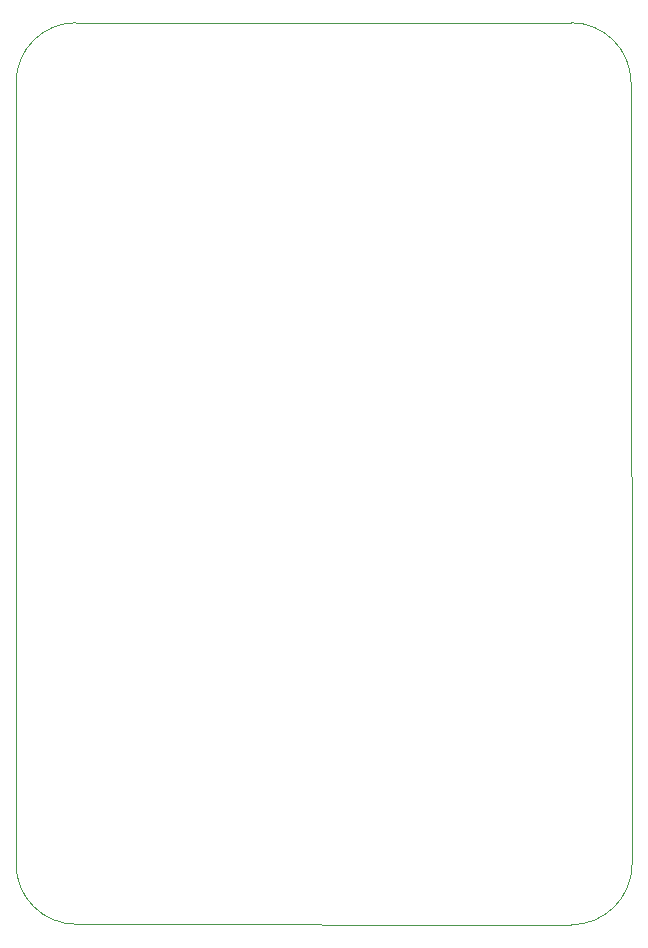
<source format=gbr>
%TF.GenerationSoftware,KiCad,Pcbnew,(6.0.10)*%
%TF.CreationDate,2023-01-22T20:40:01+02:00*%
%TF.ProjectId,ps2_media_sense_floppy_adapter,7073325f-6d65-4646-9961-5f73656e7365,rev?*%
%TF.SameCoordinates,Original*%
%TF.FileFunction,Profile,NP*%
%FSLAX46Y46*%
G04 Gerber Fmt 4.6, Leading zero omitted, Abs format (unit mm)*
G04 Created by KiCad (PCBNEW (6.0.10)) date 2023-01-22 20:40:01*
%MOMM*%
%LPD*%
G01*
G04 APERTURE LIST*
%TA.AperFunction,Profile*%
%ADD10C,0.100000*%
%TD*%
G04 APERTURE END LIST*
D10*
X89535128Y-104865899D02*
G75*
G03*
X94615000Y-109982000I5079872J-36101D01*
G01*
X136525000Y-110036796D02*
X94615000Y-109982000D01*
X136525000Y-110036796D02*
G75*
G03*
X141695898Y-104865898I0J5170898D01*
G01*
X94615000Y-33655000D02*
G75*
G03*
X89535000Y-38735000I0J-5080000D01*
G01*
X141605000Y-38735000D02*
G75*
G03*
X136525000Y-33655000I-5080000J0D01*
G01*
X141695898Y-104865898D02*
X141605000Y-38735000D01*
X136525000Y-33655000D02*
X94615000Y-33655000D01*
X89535000Y-38735000D02*
X89535000Y-104865898D01*
M02*

</source>
